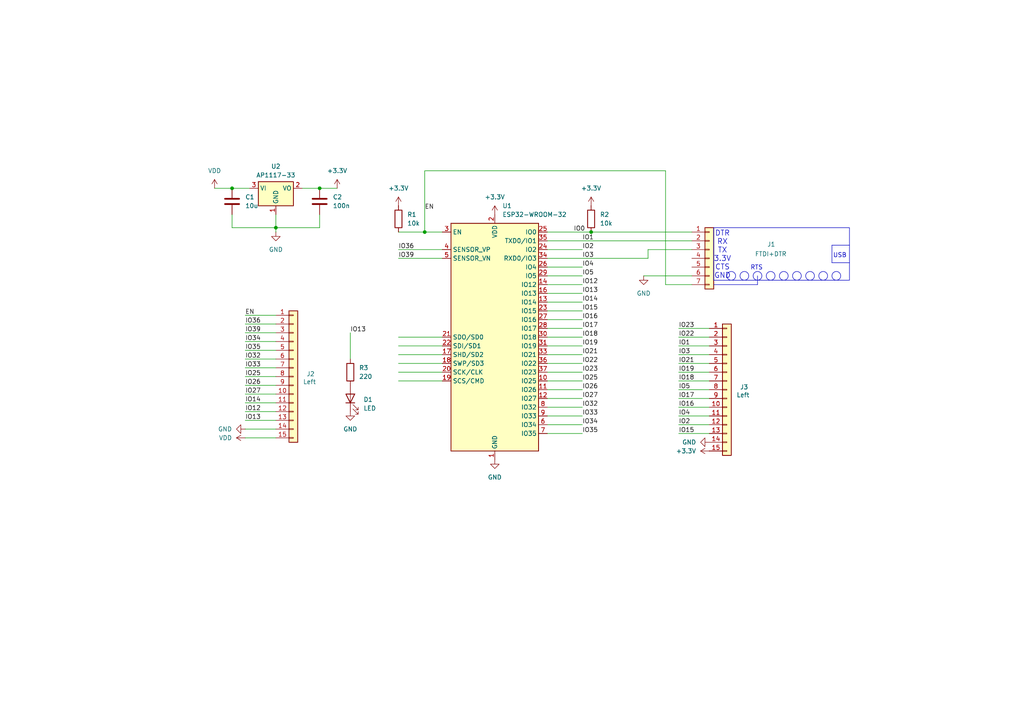
<source format=kicad_sch>
(kicad_sch (version 20231120) (generator "eeschema") (generator_version "8.0")
  (paper "A4")
  (lib_symbols
    (symbol "Connector_Generic:Conn_01x07" (pin_names (offset 1.016) hide)
      (property "Reference" "J" (at 0 10.16 0))
      (property "Value" "Conn_01x07" (at 0 -10.16 0))
      (symbol "Conn_01x07_1_1"
        (rectangle (start -1.27 -7.493) (end 0 -7.747) (stroke (width 0.1524)))
        (rectangle (start -1.27 -4.953) (end 0 -5.207) (stroke (width 0.1524)))
        (rectangle (start -1.27 -2.413) (end 0 -2.667) (stroke (width 0.1524)))
        (rectangle (start -1.27 0.127) (end 0 -0.127) (stroke (width 0.1524)))
        (rectangle (start -1.27 2.667) (end 0 2.413) (stroke (width 0.1524)))
        (rectangle (start -1.27 5.207) (end 0 4.953) (stroke (width 0.1524)))
        (rectangle (start -1.27 7.747) (end 0 7.493) (stroke (width 0.1524)))
        (rectangle (start -1.27 8.89) (end 1.27 -8.89) (stroke (width 0.254)) (fill (type background)))
        (pin passive line (at -5.08 7.62 0) (length 3.81) (name "Pin_1") (number "1"))
        (pin passive line (at -5.08 5.08 0) (length 3.81) (name "Pin_2") (number "2"))
        (pin passive line (at -5.08 2.54 0) (length 3.81) (name "Pin_3") (number "3"))
        (pin passive line (at -5.08 0 0) (length 3.81) (name "Pin_4") (number "4"))
        (pin passive line (at -5.08 -2.54 0) (length 3.81) (name "Pin_5") (number "5"))
        (pin passive line (at -5.08 -5.08 0) (length 3.81) (name "Pin_6") (number "6"))
        (pin passive line (at -5.08 -7.62 0) (length 3.81) (name "Pin_7") (number "7"))
      )
    )
    (symbol "Connector_Generic:Conn_01x15" (pin_names (offset 1.016) hide)
      (property "Reference" "J" (at 0 20.32 0))
      (property "Value" "Conn_01x15" (at 0 -20.32 0))
      (symbol "Conn_01x15_1_1"
        (rectangle (start -1.27 -17.653) (end 0 -17.907) (stroke (width 0.1524)))
        (rectangle (start -1.27 -15.113) (end 0 -15.367) (stroke (width 0.1524)))
        (rectangle (start -1.27 -12.573) (end 0 -12.827) (stroke (width 0.1524)))
        (rectangle (start -1.27 -10.033) (end 0 -10.287) (stroke (width 0.1524)))
        (rectangle (start -1.27 -7.493) (end 0 -7.747) (stroke (width 0.1524)))
        (rectangle (start -1.27 -4.953) (end 0 -5.207) (stroke (width 0.1524)))
        (rectangle (start -1.27 -2.413) (end 0 -2.667) (stroke (width 0.1524)))
        (rectangle (start -1.27 0.127) (end 0 -0.127) (stroke (width 0.1524)))
        (rectangle (start -1.27 2.667) (end 0 2.413) (stroke (width 0.1524)))
        (rectangle (start -1.27 5.207) (end 0 4.953) (stroke (width 0.1524)))
        (rectangle (start -1.27 7.747) (end 0 7.493) (stroke (width 0.1524)))
        (rectangle (start -1.27 10.287) (end 0 10.033) (stroke (width 0.1524)))
        (rectangle (start -1.27 12.827) (end 0 12.573) (stroke (width 0.1524)))
        (rectangle (start -1.27 15.367) (end 0 15.113) (stroke (width 0.1524)))
        (rectangle (start -1.27 17.907) (end 0 17.653) (stroke (width 0.1524)))
        (rectangle (start -1.27 19.05) (end 1.27 -19.05) (stroke (width 0.254)) (fill (type background)))
        (pin passive line (at -5.08 17.78 0) (length 3.81) (name "Pin_1") (number "1"))
        (pin passive line (at -5.08 -5.08 0) (length 3.81) (name "Pin_10") (number "10"))
        (pin passive line (at -5.08 -7.62 0) (length 3.81) (name "Pin_11") (number "11"))
        (pin passive line (at -5.08 -10.16 0) (length 3.81) (name "Pin_12") (number "12"))
        (pin passive line (at -5.08 -12.7 0) (length 3.81) (name "Pin_13") (number "13"))
        (pin passive line (at -5.08 -15.24 0) (length 3.81) (name "Pin_14") (number "14"))
        (pin passive line (at -5.08 -17.78 0) (length 3.81) (name "Pin_15") (number "15"))
        (pin passive line (at -5.08 15.24 0) (length 3.81) (name "Pin_2") (number "2"))
        (pin passive line (at -5.08 12.7 0) (length 3.81) (name "Pin_3") (number "3"))
        (pin passive line (at -5.08 10.16 0) (length 3.81) (name "Pin_4") (number "4"))
        (pin passive line (at -5.08 7.62 0) (length 3.81) (name "Pin_5") (number "5"))
        (pin passive line (at -5.08 5.08 0) (length 3.81) (name "Pin_6") (number "6"))
        (pin passive line (at -5.08 2.54 0) (length 3.81) (name "Pin_7") (number "7"))
        (pin passive line (at -5.08 0 0) (length 3.81) (name "Pin_8") (number "8"))
        (pin passive line (at -5.08 -2.54 0) (length 3.81) (name "Pin_9") (number "9"))
      )
    )
    (symbol "Device:C" (pin_numbers hide) (pin_names (offset 0.254))
      (property "Reference" "C" (at 0.635 2.54 0))
      (property "Value" "C" (at 0.635 -2.54 0))
      (symbol "C_0_1"
        (polyline (pts (xy -2.032 -0.762) (xy 2.032 -0.762)) (stroke (width 0.508)))
        (polyline (pts (xy -2.032 0.762) (xy 2.032 0.762)) (stroke (width 0.508)))
      )
      (symbol "C_1_1"
        (pin passive line (at 0 3.81 270) (length 2.794) (name "~") (number "1"))
        (pin passive line (at 0 -3.81 90) (length 2.794) (name "~") (number "2"))
      )
    )
    (symbol "Device:LED" (pin_numbers hide) (pin_names (offset 1.016) hide)
      (property "Reference" "D" (at 0 2.54 0))
      (property "Value" "LED" (at 0 -2.54 0))
      (symbol "LED_0_1"
        (polyline (pts (xy -1.27 -1.27) (xy -1.27 1.27)) (stroke (width 0.254)))
        (polyline (pts (xy -1.27 0) (xy 1.27 0)))
        (polyline (pts (xy 1.27 -1.27) (xy 1.27 1.27) (xy -1.27 0) (xy 1.27 -1.27)) (stroke (width 0.254)))
        (polyline (pts (xy -3.048 -0.762) (xy -4.572 -2.286) (xy -3.81 -2.286) (xy -4.572 -2.286) (xy -4.572 -1.524)))
        (polyline (pts (xy -1.778 -0.762) (xy -3.302 -2.286) (xy -2.54 -2.286) (xy -3.302 -2.286) (xy -3.302 -1.524)))
      )
      (symbol "LED_1_1"
        (pin passive line (at -3.81 0 0) (length 2.54) (name "K") (number "1"))
        (pin passive line (at 3.81 0 180) (length 2.54) (name "A") (number "2"))
      )
    )
    (symbol "Device:R" (pin_numbers hide) (pin_names (offset 0))
      (property "Reference" "R" (at 2.032 0 90))
      (property "Value" "R" (at 0 0 90))
      (symbol "R_0_1"
        (rectangle (start -1.016 -2.54) (end 1.016 2.54) (stroke (width 0.254)))
      )
      (symbol "R_1_1"
        (pin passive line (at 0 3.81 270) (length 1.27) (name "~") (number "1"))
        (pin passive line (at 0 -3.81 90) (length 1.27) (name "~") (number "2"))
      )
    )
    (symbol "RF_Module:ESP32-WROOM-32"
      (property "Reference" "U" (at -12.7 34.29 0))
      (property "Value" "ESP32-WROOM-32" (at 1.27 34.29 0))
      (symbol "ESP32-WROOM-32_0_1"
        (rectangle (start -12.7 33.02) (end 12.7 -33.02) (stroke (width 0.254)) (fill (type background)))
      )
      (symbol "ESP32-WROOM-32_1_1"
        (pin power_in line (at 0 -35.56 90) (length 2.54) (name "GND") (number "1"))
        (pin bidirectional line (at 15.24 -12.7 180) (length 2.54) (name "IO25") (number "10"))
        (pin bidirectional line (at 15.24 -15.24 180) (length 2.54) (name "IO26") (number "11"))
        (pin bidirectional line (at 15.24 -17.78 180) (length 2.54) (name "IO27") (number "12"))
        (pin bidirectional line (at 15.24 10.16 180) (length 2.54) (name "IO14") (number "13"))
        (pin bidirectional line (at 15.24 15.24 180) (length 2.54) (name "IO12") (number "14"))
        (pin passive line (at 0 -35.56 90) (length 2.54) hide (name "GND") (number "15"))
        (pin bidirectional line (at 15.24 12.7 180) (length 2.54) (name "IO13") (number "16"))
        (pin bidirectional line (at -15.24 -5.08 0) (length 2.54) (name "SHD/SD2") (number "17"))
        (pin bidirectional line (at -15.24 -7.62 0) (length 2.54) (name "SWP/SD3") (number "18"))
        (pin bidirectional line (at -15.24 -12.7 0) (length 2.54) (name "SCS/CMD") (number "19"))
        (pin power_in line (at 0 35.56 270) (length 2.54) (name "VDD") (number "2"))
        (pin bidirectional line (at -15.24 -10.16 0) (length 2.54) (name "SCK/CLK") (number "20"))
        (pin bidirectional line (at -15.24 0 0) (length 2.54) (name "SDO/SD0") (number "21"))
        (pin bidirectional line (at -15.24 -2.54 0) (length 2.54) (name "SDI/SD1") (number "22"))
        (pin bidirectional line (at 15.24 7.62 180) (length 2.54) (name "IO15") (number "23"))
        (pin bidirectional line (at 15.24 25.4 180) (length 2.54) (name "IO2") (number "24"))
        (pin bidirectional line (at 15.24 30.48 180) (length 2.54) (name "IO0") (number "25"))
        (pin bidirectional line (at 15.24 20.32 180) (length 2.54) (name "IO4") (number "26"))
        (pin bidirectional line (at 15.24 5.08 180) (length 2.54) (name "IO16") (number "27"))
        (pin bidirectional line (at 15.24 2.54 180) (length 2.54) (name "IO17") (number "28"))
        (pin bidirectional line (at 15.24 17.78 180) (length 2.54) (name "IO5") (number "29"))
        (pin input line (at -15.24 30.48 0) (length 2.54) (name "EN") (number "3"))
        (pin bidirectional line (at 15.24 0 180) (length 2.54) (name "IO18") (number "30"))
        (pin bidirectional line (at 15.24 -2.54 180) (length 2.54) (name "IO19") (number "31"))
        (pin no_connect line (at -12.7 -27.94 0) (length 2.54) hide (name "NC") (number "32"))
        (pin bidirectional line (at 15.24 -5.08 180) (length 2.54) (name "IO21") (number "33"))
        (pin bidirectional line (at 15.24 22.86 180) (length 2.54) (name "RXD0/IO3") (number "34"))
        (pin bidirectional line (at 15.24 27.94 180) (length 2.54) (name "TXD0/IO1") (number "35"))
        (pin bidirectional line (at 15.24 -7.62 180) (length 2.54) (name "IO22") (number "36"))
        (pin bidirectional line (at 15.24 -10.16 180) (length 2.54) (name "IO23") (number "37"))
        (pin passive line (at 0 -35.56 90) (length 2.54) hide (name "GND") (number "38"))
        (pin passive line (at 0 -35.56 90) (length 2.54) hide (name "GND") (number "39"))
        (pin input line (at -15.24 25.4 0) (length 2.54) (name "SENSOR_VP") (number "4"))
        (pin input line (at -15.24 22.86 0) (length 2.54) (name "SENSOR_VN") (number "5"))
        (pin input line (at 15.24 -25.4 180) (length 2.54) (name "IO34") (number "6"))
        (pin input line (at 15.24 -27.94 180) (length 2.54) (name "IO35") (number "7"))
        (pin bidirectional line (at 15.24 -20.32 180) (length 2.54) (name "IO32") (number "8"))
        (pin bidirectional line (at 15.24 -22.86 180) (length 2.54) (name "IO33") (number "9"))
      )
    )
    (symbol "Regulator_Linear:AP1117-33"
      (property "Reference" "U" (at -3.81 3.175 0))
      (property "Value" "AP1117-33" (at 0 3.175 0))
      (symbol "AP1117-33_0_1"
        (rectangle (start -5.08 -5.08) (end 5.08 1.905) (stroke (width 0.254)) (fill (type background)))
      )
      (symbol "AP1117-33_1_1"
        (pin power_in line (at 0 -7.62 90) (length 2.54) (name "GND") (number "1"))
        (pin power_out line (at 7.62 0 180) (length 2.54) (name "VO") (number "2"))
        (pin power_in line (at -7.62 0 0) (length 2.54) (name "VI") (number "3"))
      )
    )
    (symbol "power:+3.3V" (power) (pin_numbers hide) (pin_names (offset 0) hide)
      (property "Value" "+3.3V" (at 0 3.556 0))
      (symbol "+3.3V_0_1"
        (polyline (pts (xy -0.762 1.27) (xy 0 2.54)))
        (polyline (pts (xy 0 0) (xy 0 2.54)))
        (polyline (pts (xy 0 2.54) (xy 0.762 1.27)))
      )
      (symbol "+3.3V_1_1"
        (pin power_in line (at 0 0 90) (length 0) (name "~") (number "1"))
      )
    )
    (symbol "power:GND" (power) (pin_numbers hide) (pin_names (offset 0) hide)
      (property "Value" "GND" (at 0 -3.81 0))
      (symbol "GND_0_1"
        (polyline (pts (xy 0 0) (xy 0 -1.27) (xy 1.27 -1.27) (xy 0 -2.54) (xy -1.27 -1.27) (xy 0 -1.27)))
      )
      (symbol "GND_1_1"
        (pin power_in line (at 0 0 270) (length 0) (name "~") (number "1"))
      )
    )
    (symbol "power:VDD" (power) (pin_numbers hide) (pin_names (offset 0) hide)
      (property "Value" "VDD" (at 0 3.556 0))
      (symbol "VDD_0_1"
        (polyline (pts (xy -0.762 1.27) (xy 0 2.54)))
        (polyline (pts (xy 0 0) (xy 0 2.54)))
        (polyline (pts (xy 0 2.54) (xy 0.762 1.27)))
      )
      (symbol "VDD_1_1"
        (pin power_in line (at 0 0 90) (length 0) (name "~") (number "1"))
      )
    )
  )
  (junction (at 67.31 54.61))
  (junction (at 171.45 67.31))
  (junction (at 80.01 66.04))
  (junction (at 92.71 54.61))
  (junction (at 123.19 67.31))
  (wire (pts (xy 123.19 49.53) (xy 123.19 67.31)))
  (wire (pts (xy 115.57 97.79) (xy 128.27 97.79)))
  (wire (pts (xy 71.12 101.6) (xy 80.01 101.6)))
  (wire (pts (xy 71.12 119.38) (xy 80.01 119.38)))
  (wire (pts (xy 115.57 72.39) (xy 128.27 72.39)))
  (wire (pts (xy 71.12 91.44) (xy 80.01 91.44)))
  (wire (pts (xy 71.12 111.76) (xy 80.01 111.76)))
  (wire (pts (xy 71.12 114.3) (xy 80.01 114.3)))
  (wire (pts (xy 80.01 66.04) (xy 92.71 66.04)))
  (wire (pts (xy 196.85 105.41) (xy 205.74 105.41)))
  (wire (pts (xy 158.75 120.65) (xy 168.91 120.65)))
  (polyline (pts (xy 241.3 76.2) (xy 246.38 76.2)))
  (wire (pts (xy 115.57 102.87) (xy 128.27 102.87)))
  (wire (pts (xy 193.04 49.53) (xy 123.19 49.53)))
  (wire (pts (xy 187.96 74.93) (xy 158.75 74.93)))
  (wire (pts (xy 158.75 90.17) (xy 168.91 90.17)))
  (wire (pts (xy 196.85 125.73) (xy 205.74 125.73)))
  (wire (pts (xy 67.31 54.61) (xy 72.39 54.61)))
  (wire (pts (xy 71.12 121.92) (xy 80.01 121.92)))
  (wire (pts (xy 158.75 118.11) (xy 168.91 118.11)))
  (wire (pts (xy 196.85 115.57) (xy 205.74 115.57)))
  (wire (pts (xy 115.57 100.33) (xy 128.27 100.33)))
  (wire (pts (xy 158.75 77.47) (xy 168.91 77.47)))
  (wire (pts (xy 196.85 97.79) (xy 205.74 97.79)))
  (wire (pts (xy 158.75 97.79) (xy 168.91 97.79)))
  (wire (pts (xy 158.75 80.01) (xy 168.91 80.01)))
  (wire (pts (xy 187.96 72.39) (xy 200.66 72.39)))
  (wire (pts (xy 80.01 67.31) (xy 80.01 66.04)))
  (wire (pts (xy 71.12 116.84) (xy 80.01 116.84)))
  (wire (pts (xy 71.12 99.06) (xy 80.01 99.06)))
  (wire (pts (xy 186.69 80.01) (xy 200.66 80.01)))
  (wire (pts (xy 158.75 123.19) (xy 168.91 123.19)))
  (wire (pts (xy 71.12 104.14) (xy 80.01 104.14)))
  (polyline (pts (xy 246.38 71.12) (xy 241.3 71.12)))
  (wire (pts (xy 101.6 96.52) (xy 101.6 104.14)))
  (wire (pts (xy 62.23 54.61) (xy 67.31 54.61)))
  (polyline (pts (xy 207.01 82.55) (xy 219.71 82.55)))
  (wire (pts (xy 158.75 107.95) (xy 168.91 107.95)))
  (wire (pts (xy 196.85 107.95) (xy 205.74 107.95)))
  (wire (pts (xy 158.75 102.87) (xy 168.91 102.87)))
  (polyline (pts (xy 241.3 71.12) (xy 241.3 76.2)))
  (wire (pts (xy 115.57 105.41) (xy 128.27 105.41)))
  (wire (pts (xy 196.85 118.11) (xy 205.74 118.11)))
  (wire (pts (xy 71.12 93.98) (xy 80.01 93.98)))
  (wire (pts (xy 158.75 105.41) (xy 168.91 105.41)))
  (wire (pts (xy 71.12 127) (xy 80.01 127)))
  (wire (pts (xy 71.12 106.68) (xy 80.01 106.68)))
  (wire (pts (xy 158.75 69.85) (xy 200.66 69.85)))
  (wire (pts (xy 196.85 102.87) (xy 205.74 102.87)))
  (wire (pts (xy 80.01 66.04) (xy 80.01 62.23)))
  (wire (pts (xy 158.75 110.49) (xy 168.91 110.49)))
  (wire (pts (xy 193.04 82.55) (xy 200.66 82.55)))
  (wire (pts (xy 196.85 100.33) (xy 205.74 100.33)))
  (wire (pts (xy 158.75 72.39) (xy 168.91 72.39)))
  (wire (pts (xy 196.85 110.49) (xy 205.74 110.49)))
  (wire (pts (xy 196.85 95.25) (xy 205.74 95.25)))
  (wire (pts (xy 158.75 125.73) (xy 168.91 125.73)))
  (wire (pts (xy 193.04 82.55) (xy 193.04 49.53)))
  (wire (pts (xy 158.75 92.71) (xy 168.91 92.71)))
  (wire (pts (xy 158.75 87.63) (xy 168.91 87.63)))
  (wire (pts (xy 97.79 54.61) (xy 92.71 54.61)))
  (wire (pts (xy 92.71 62.23) (xy 92.71 66.04)))
  (wire (pts (xy 187.96 72.39) (xy 187.96 74.93)))
  (wire (pts (xy 158.75 85.09) (xy 168.91 85.09)))
  (wire (pts (xy 71.12 124.46) (xy 80.01 124.46)))
  (wire (pts (xy 158.75 113.03) (xy 168.91 113.03)))
  (wire (pts (xy 115.57 110.49) (xy 128.27 110.49)))
  (wire (pts (xy 115.57 107.95) (xy 128.27 107.95)))
  (wire (pts (xy 196.85 123.19) (xy 205.74 123.19)))
  (polyline (pts (xy 219.71 80.01) (xy 219.71 82.55)))
  (wire (pts (xy 123.19 67.31) (xy 128.27 67.31)))
  (wire (pts (xy 67.31 66.04) (xy 80.01 66.04)))
  (wire (pts (xy 158.75 100.33) (xy 168.91 100.33)))
  (wire (pts (xy 71.12 96.52) (xy 80.01 96.52)))
  (wire (pts (xy 158.75 67.31) (xy 171.45 67.31)))
  (wire (pts (xy 196.85 113.03) (xy 205.74 113.03)))
  (wire (pts (xy 171.45 67.31) (xy 200.66 67.31)))
  (wire (pts (xy 115.57 67.31) (xy 123.19 67.31)))
  (wire (pts (xy 196.85 120.65) (xy 205.74 120.65)))
  (wire (pts (xy 158.75 95.25) (xy 168.91 95.25)))
  (wire (pts (xy 158.75 115.57) (xy 168.91 115.57)))
  (wire (pts (xy 71.12 109.22) (xy 80.01 109.22)))
  (wire (pts (xy 92.71 54.61) (xy 87.63 54.61)))
  (wire (pts (xy 115.57 74.93) (xy 128.27 74.93)))
  (wire (pts (xy 158.75 82.55) (xy 168.91 82.55)))
  (wire (pts (xy 67.31 62.23) (xy 67.31 66.04)))
  (circle (center 238.76 80.01) (radius 1.27))
  (circle (center 227.33 80.01) (radius 1.27))
  (circle (center 234.95 80.01) (radius 1.27))
  (circle (center 231.14 80.01) (radius 1.27))
  (rectangle (start 207.01 66.04) (end 246.38 81.28))
  (circle (center 215.9 80.01) (radius 1.27))
  (circle (center 242.57 80.01) (radius 1.27))
  (circle (center 223.52 80.01) (radius 1.27))
  (circle (center 219.71 80.01) (radius 1.27))
  (circle (center 212.09 80.01) (radius 1.27))
  (text "USB" (at 243.586 74.168 0) (effects (font (size 1.27 1.27))))
  (text "RTS" (at 219.456 77.724 0) (effects (font (size 1.27 1.27))))
  (text "DTR\nRX\nTX\n3.3V\nCTS\nGND" (at 209.55 73.914 0) (effects (font (size 1.524 1.524))))
  (label "EN" (at 71.12 91.44 0))
  (label "IO22" (at 168.91 105.41 0))
  (label "IO15" (at 168.91 90.17 0))
  (label "IO4" (at 168.91 77.47 0))
  (label "IO39" (at 71.12 96.52 0))
  (label "IO0" (at 166.37 67.31 0))
  (label "IO15" (at 196.85 125.73 0))
  (label "IO23" (at 168.91 107.95 0))
  (label "IO35" (at 71.12 101.6 0))
  (label "IO16" (at 168.91 92.71 0))
  (label "IO13" (at 168.91 85.09 0))
  (label "EN" (at 123.19 60.96 0))
  (label "IO23" (at 196.85 95.25 0))
  (label "IO22" (at 196.85 97.79 0))
  (label "IO27" (at 71.12 114.3 0))
  (label "IO14" (at 168.91 87.63 0))
  (label "IO13" (at 71.12 121.92 0))
  (label "IO19" (at 168.91 100.33 0))
  (label "IO16" (at 196.85 118.11 0))
  (label "IO12" (at 168.91 82.55 0))
  (label "IO12" (at 71.12 119.38 0))
  (label "IO2" (at 196.85 123.19 0))
  (label "IO1" (at 168.91 69.85 0))
  (label "IO1" (at 196.85 100.33 0))
  (label "IO33" (at 168.91 120.65 0))
  (label "IO17" (at 196.85 115.57 0))
  (label "IO34" (at 168.91 123.19 0))
  (label "IO3" (at 168.91 74.93 0))
  (label "IO26" (at 71.12 111.76 0))
  (label "IO21" (at 196.85 105.41 0))
  (label "IO25" (at 71.12 109.22 0))
  (label "IO39" (at 115.57 74.93 0))
  (label "IO25" (at 168.91 110.49 0))
  (label "IO34" (at 71.12 99.06 0))
  (label "IO19" (at 196.85 107.95 0))
  (label "IO2" (at 168.91 72.39 0))
  (label "IO32" (at 168.91 118.11 0))
  (label "IO18" (at 168.91 97.79 0))
  (label "IO14" (at 71.12 116.84 0))
  (label "IO33" (at 71.12 106.68 0))
  (label "IO17" (at 168.91 95.25 0))
  (label "IO5" (at 196.85 113.03 0))
  (label "IO35" (at 168.91 125.73 0))
  (label "IO3" (at 196.85 102.87 0))
  (label "IO32" (at 71.12 104.14 0))
  (label "IO5" (at 168.91 80.01 0))
  (label "IO26" (at 168.91 113.03 0))
  (label "IO36" (at 71.12 93.98 0))
  (label "IO27" (at 168.91 115.57 0))
  (label "IO21" (at 168.91 102.87 0))
  (label "IO18" (at 196.85 110.49 0))
  (label "IO13" (at 101.6 96.52 0))
  (label "IO4" (at 196.85 120.65 0))
  (label "IO36" (at 115.57 72.39 0))
  (symbol (lib_id "power:VDD") (at 62.23 54.61 0) (unit 1)
    (property "Reference" "#PWR08" (effects (hide yes)))
    (property "Value" "VDD" (at 62.23 49.53 0))
    (property "Description" "Power symbol creates a global label with name \"VDD\"" (effects (hide yes)))
  )
  (symbol (lib_id "RF_Module:ESP32-WROOM-32") (at 143.51 97.79 0) (unit 1)
    (property "Reference" "U1" (at 145.7041 59.69 0) (effects (justify left)))
    (property "Value" "ESP32-WROOM-32" (at 145.7041 62.23 0) (effects (justify left)))
    (property "Footprint" "RF_Module:ESP32-WROOM-32" (effects (hide yes)))
    (property "Datasheet" "https://www.espressif.com/sites/default/files/documentation/esp32-wroom-32_datasheet_en.pdf" (effects (hide yes)))
    (property "Description" "RF Module, ESP32-D0WDQ6 SoC, Wi-Fi 802.11b/g/n, Bluetooth, BLE, 32-bit, 2.7-3.6V, onboard antenna, SMD" (effects (hide yes)))
  )
  (symbol (lib_id "power:GND") (at 80.01 67.31 0) (unit 1)
    (property "Reference" "#PWR07" (effects (hide yes)))
    (property "Value" "GND" (at 80.01 72.39 0))
    (property "Description" "Power symbol creates a global label with name \"GND\" , ground" (effects (hide yes)))
  )
  (symbol (lib_id "power:GND") (at 205.74 128.27 270) (unit 1)
    (property "Reference" "#PWR012" (effects (hide yes)))
    (property "Value" "GND" (at 201.93 128.2699 90) (effects (justify right)))
    (property "Description" "Power symbol creates a global label with name \"GND\" , ground" (effects (hide yes)))
  )
  (symbol (lib_id "Device:LED") (at 101.6 115.57 90) (unit 1)
    (property "Reference" "D1" (at 105.41 115.8874 90) (effects (justify right)))
    (property "Value" "LED" (at 105.41 118.4274 90) (effects (justify right)))
    (property "Footprint" "LED_SMD:LED_0603_1608Metric_Pad1.05x0.95mm_HandSolder" (effects (hide yes)))
    (property "Description" "Light emitting diode" (effects (hide yes)))
  )
  (symbol (lib_id "power:+3.3V") (at 143.51 62.23 0) (unit 1)
    (property "Reference" "#PWR02" (effects (hide yes)))
    (property "Value" "+3.3V" (at 143.51 57.15 0))
    (property "Description" "Power symbol creates a global label with name \"+3.3V\"" (effects (hide yes)))
  )
  (symbol (lib_id "Device:R") (at 171.45 63.5 0) (unit 1)
    (property "Reference" "R2" (at 173.99 62.2299 0) (effects (justify left)))
    (property "Value" "10k" (at 173.99 64.7699 0) (effects (justify left)))
    (property "Footprint" "Resistor_SMD:R_0603_1608Metric_Pad0.98x0.95mm_HandSolder" (effects (hide yes)))
    (property "Description" "Resistor" (effects (hide yes)))
  )
  (symbol (lib_id "power:+3.3V") (at 205.74 130.81 90) (unit 1)
    (property "Reference" "#PWR011" (effects (hide yes)))
    (property "Value" "+3.3V" (at 201.93 130.8099 90) (effects (justify left)))
    (property "Description" "Power symbol creates a global label with name \"+3.3V\"" (effects (hide yes)))
  )
  (symbol (lib_id "Device:C") (at 92.71 58.42 0) (unit 1)
    (property "Reference" "C2" (at 96.52 57.1499 0) (effects (justify left)))
    (property "Value" "100n" (at 96.52 59.6899 0) (effects (justify left)))
    (property "Footprint" "Capacitor_SMD:C_0603_1608Metric_Pad1.08x0.95mm_HandSolder" (effects (hide yes)))
    (property "Description" "Unpolarized capacitor" (effects (hide yes)))
  )
  (symbol (lib_id "power:+3.3V") (at 115.57 59.69 0) (unit 1)
    (property "Reference" "#PWR01" (effects (hide yes)))
    (property "Value" "+3.3V" (at 115.57 54.61 0))
    (property "Description" "Power symbol creates a global label with name \"+3.3V\"" (effects (hide yes)))
  )
  (symbol (lib_id "power:+3.3V") (at 97.79 54.61 0) (unit 1)
    (property "Reference" "#PWR06" (effects (hide yes)))
    (property "Value" "+3.3V" (at 97.79 49.53 0))
    (property "Description" "Power symbol creates a global label with name \"+3.3V\"" (effects (hide yes)))
  )
  (symbol (lib_id "power:VDD") (at 71.12 127 90) (unit 1)
    (property "Reference" "#PWR09" (effects (hide yes)))
    (property "Value" "VDD" (at 67.31 126.9999 90) (effects (justify left)))
    (property "Description" "Power symbol creates a global label with name \"VDD\"" (effects (hide yes)))
  )
  (symbol (lib_id "Connector_Generic:Conn_01x15") (at 85.09 109.22 0) (unit 1)
    (property "Reference" "J2" (at 88.9 108.458 0) (effects (justify left)))
    (property "Value" "Left" (at 87.884 110.744 0) (effects (justify left)))
    (property "Footprint" "Connector_PinHeader_2.54mm:PinHeader_1x15_P2.54mm_Vertical" (effects (hide yes)))
    (property "Description" "Generic connector, single row, 01x15, script generated (kicad-library-utils/schlib/autogen/connector/)" (effects (hide yes)))
  )
  (symbol (lib_id "Device:R") (at 101.6 107.95 0) (unit 1)
    (property "Reference" "R3" (at 104.14 106.6799 0) (effects (justify left)))
    (property "Value" "220" (at 104.14 109.2199 0) (effects (justify left)))
    (property "Footprint" "Resistor_SMD:R_0603_1608Metric_Pad0.98x0.95mm_HandSolder" (effects (hide yes)))
    (property "Description" "Resistor" (effects (hide yes)))
  )
  (symbol (lib_id "power:GND") (at 101.6 119.38 0) (unit 1)
    (property "Reference" "#PWR013" (effects (hide yes)))
    (property "Value" "GND" (at 101.6 124.46 0))
    (property "Description" "Power symbol creates a global label with name \"GND\" , ground" (effects (hide yes)))
  )
  (symbol (lib_id "power:GND") (at 143.51 133.35 0) (unit 1)
    (property "Reference" "#PWR03" (effects (hide yes)))
    (property "Value" "GND" (at 143.51 138.43 0))
    (property "Description" "Power symbol creates a global label with name \"GND\" , ground" (effects (hide yes)))
  )
  (symbol (lib_id "power:+3.3V") (at 171.45 59.69 0) (unit 1)
    (property "Reference" "#PWR04" (effects (hide yes)))
    (property "Value" "+3.3V" (at 171.45 54.61 0))
    (property "Description" "Power symbol creates a global label with name \"+3.3V\"" (effects (hide yes)))
  )
  (symbol (lib_id "power:GND") (at 71.12 124.46 270) (unit 1)
    (property "Reference" "#PWR010" (effects (hide yes)))
    (property "Value" "GND" (at 67.31 124.4599 90) (effects (justify right)))
    (property "Description" "Power symbol creates a global label with name \"GND\" , ground" (effects (hide yes)))
  )
  (symbol (lib_id "Regulator_Linear:AP1117-33") (at 80.01 54.61 0) (unit 1)
    (property "Reference" "U2" (at 80.01 48.26 0))
    (property "Value" "AP1117-33" (at 80.01 50.8 0))
    (property "Footprint" "Package_TO_SOT_SMD:SOT-223-3_TabPin2" (effects (hide yes)))
    (property "Datasheet" "http://www.diodes.com/datasheets/AP1117.pdf" (effects (hide yes)))
    (property "Description" "1A Low Dropout regulator, positive, 3.3V fixed output, SOT-223" (effects (hide yes)))
  )
  (symbol (lib_id "Device:R") (at 115.57 63.5 0) (unit 1)
    (property "Reference" "R1" (at 118.11 62.2299 0) (effects (justify left)))
    (property "Value" "10k" (at 118.11 64.7699 0) (effects (justify left)))
    (property "Footprint" "Resistor_SMD:R_0603_1608Metric_Pad0.98x0.95mm_HandSolder" (effects (hide yes)))
    (property "Description" "Resistor" (effects (hide yes)))
  )
  (symbol (lib_id "Connector_Generic:Conn_01x07") (at 205.74 74.93 0) (unit 1)
    (property "Reference" "J1" (at 222.504 70.866 0) (effects (justify left)))
    (property "Value" "FTDI+DTR" (at 218.948 73.66 0) (effects (justify left)))
    (property "Footprint" "Connector_PinHeader_2.54mm:PinHeader_1x07_P2.54mm_Vertical" (effects (hide yes)))
    (property "Description" "Generic connector, single row, 01x07, script generated (kicad-library-utils/schlib/autogen/connector/)" (effects (hide yes)))
  )
  (symbol (lib_id "Connector_Generic:Conn_01x15") (at 210.82 113.03 0) (unit 1)
    (property "Reference" "J3" (at 214.63 112.268 0) (effects (justify left)))
    (property "Value" "Left" (at 213.614 114.554 0) (effects (justify left)))
    (property "Footprint" "Connector_PinHeader_2.54mm:PinHeader_1x15_P2.54mm_Vertical" (effects (hide yes)))
    (property "Description" "Generic connector, single row, 01x15, script generated (kicad-library-utils/schlib/autogen/connector/)" (effects (hide yes)))
  )
  (symbol (lib_id "power:GND") (at 186.69 80.01 0) (unit 1)
    (property "Reference" "#PWR05" (effects (hide yes)))
    (property "Value" "GND" (at 186.69 85.09 0))
    (property "Description" "Power symbol creates a global label with name \"GND\" , ground" (effects (hide yes)))
  )
  (symbol (lib_id "Device:C") (at 67.31 58.42 0) (unit 1)
    (property "Reference" "C1" (at 71.12 57.1499 0) (effects (justify left)))
    (property "Value" "10u" (at 71.12 59.6899 0) (effects (justify left)))
    (property "Footprint" "Capacitor_SMD:C_0603_1608Metric_Pad1.08x0.95mm_HandSolder" (effects (hide yes)))
    (property "Description" "Unpolarized capacitor" (effects (hide yes)))
  )
)
</source>
